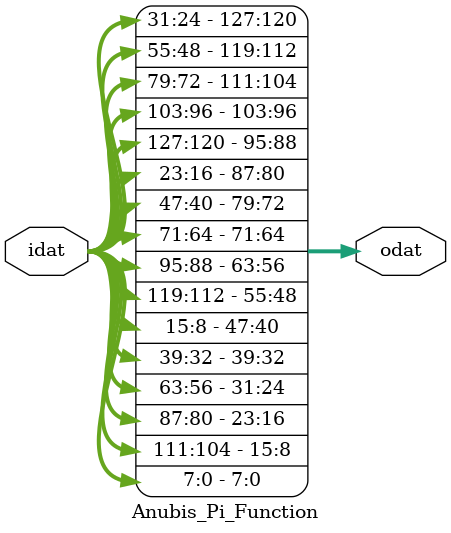
<source format=v>
/*-------------------------------------------------------------------
 Project: ANUBIS
 Module Name: Anubis_Pi_Function
 Description:
     Pi Function of the ANUBIS block cipher
     It performs a cyclic permutation of the state.

 Language: Verilog 2001
 Revision: 1.0

 Designer: Saied H. Khayat
 Contact:  saied.h.khayat@outlook.com

 Dependencies:  none

 Remark: none
-------------------------------------------------------------------*/

`timescale  1ns/1ps

module Anubis_Pi_Function (
   input  [127:0] idat,
   output [127:0] odat
   );

   assign odat[  7:  0] = idat[  7:  0];
   assign odat[ 15:  8] = idat[111:104];
   assign odat[ 23: 16] = idat[ 87: 80];
   assign odat[ 31: 24] = idat[ 63: 56];
   assign odat[ 39: 32] = idat[ 39: 32];
   assign odat[ 47: 40] = idat[ 15:  8];
   assign odat[ 55: 48] = idat[119:112];
   assign odat[ 63: 56] = idat[ 95: 88];
   assign odat[ 71: 64] = idat[ 71: 64];
   assign odat[ 79: 72] = idat[ 47: 40];
   assign odat[ 87: 80] = idat[ 23: 16];
   assign odat[ 95: 88] = idat[127:120];
   assign odat[103: 96] = idat[103: 96];
   assign odat[111:104] = idat[ 79: 72];
   assign odat[119:112] = idat[ 55: 48];
   assign odat[127:120] = idat[ 31: 24];

endmodule

</source>
